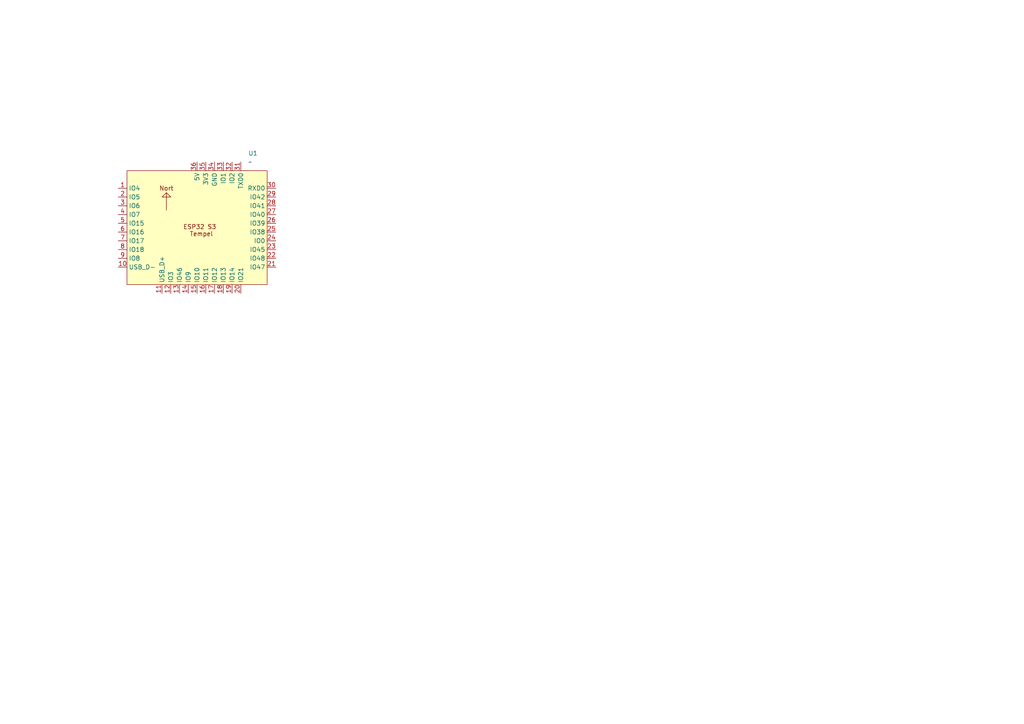
<source format=kicad_sch>
(kicad_sch (version 20250114) (generator "eeschema") (generator_version "9.0")
  (paper "A4")
  (lib_symbols
    (symbol "esp32-s3-tempel-lib:esp-32-s3-tempel"
      (property "Reference" "U" (at 6.35 -1.016 0))
      (symbol "esp-32-s3-tempel_1_1"
        (rectangle (start -15.24 11.43) (end 25.4 -21.59) (fill (type background)))
        (polyline (pts (xy -3.81 0) (xy -3.81 5.08) (xy -5.08 3.81) (xy -2.54 3.81) (xy -3.81 5.08)))
        (text "Nort" (at -3.81 6.35 0) (effects (font (size 1.27 1.27))))
        (text "ESP32 S3 \nTempel" (at 6.35 -5.842 0) (effects (font (size 1.27 1.27))))
        (pin bidirectional line (at -17.78 6.35 0) (length 2.54) (name "IO4") (number "1"))
        (pin bidirectional line (at -17.78 3.81 0) (length 2.54) (name "IO5") (number "2"))
        (pin bidirectional line (at -17.78 1.27 0) (length 2.54) (name "IO6") (number "3"))
        (pin bidirectional line (at -17.78 -1.27 0) (length 2.54) (name "IO7") (number "4"))
        (pin bidirectional line (at -17.78 -3.81 0) (length 2.54) (name "IO15") (number "5"))
        (pin bidirectional line (at -17.78 -6.35 0) (length 2.54) (name "IO16") (number "6"))
        (pin bidirectional line (at -17.78 -8.89 0) (length 2.54) (name "IO17") (number "7"))
        (pin bidirectional line (at -17.78 -11.43 0) (length 2.54) (name "IO18") (number "8"))
        (pin bidirectional line (at -17.78 -13.97 0) (length 2.54) (name "IO8") (number "9"))
        (pin bidirectional line (at -17.78 -16.51 0) (length 2.54) (name "USB_D-") (number "10"))
        (pin bidirectional line (at -5.08 -24.13 90) (length 2.54) (name "USB_D+") (number "11"))
        (pin bidirectional line (at -2.54 -24.13 90) (length 2.54) (name "IO3") (number "12"))
        (pin bidirectional line (at 0 -24.13 90) (length 2.54) (name "IO46") (number "13"))
        (pin bidirectional line (at 2.54 -24.13 90) (length 2.54) (name "IO9") (number "14"))
        (pin bidirectional line (at 5.08 13.97 270) (length 2.54) (name "5V") (number "36"))
        (pin bidirectional line (at 5.08 -24.13 90) (length 2.54) (name "IO10") (number "15"))
        (pin bidirectional line (at 7.62 13.97 270) (length 2.54) (name "3V3") (number "35"))
        (pin bidirectional line (at 7.62 -24.13 90) (length 2.54) (name "IO11") (number "16"))
        (pin bidirectional line (at 10.16 13.97 270) (length 2.54) (name "GND") (number "34"))
        (pin bidirectional line (at 10.16 -24.13 90) (length 2.54) (name "IO12") (number "17"))
        (pin bidirectional line (at 12.7 13.97 270) (length 2.54) (name "IO1") (number "33"))
        (pin bidirectional line (at 12.7 -24.13 90) (length 2.54) (name "IO13") (number "18"))
        (pin bidirectional line (at 15.24 13.97 270) (length 2.54) (name "IO2") (number "32"))
        (pin bidirectional line (at 15.24 -24.13 90) (length 2.54) (name "IO14") (number "19"))
        (pin bidirectional line (at 17.78 13.97 270) (length 2.54) (name "TXD0") (number "31"))
        (pin bidirectional line (at 17.78 -24.13 90) (length 2.54) (name "IO21") (number "20"))
        (pin bidirectional line (at 27.94 6.35 180) (length 2.54) (name "RXD0") (number "30"))
        (pin bidirectional line (at 27.94 3.81 180) (length 2.54) (name "IO42") (number "29"))
        (pin bidirectional line (at 27.94 1.27 180) (length 2.54) (name "IO41") (number "28"))
        (pin bidirectional line (at 27.94 -1.27 180) (length 2.54) (name "IO40") (number "27"))
        (pin bidirectional line (at 27.94 -3.81 180) (length 2.54) (name "IO39") (number "26"))
        (pin bidirectional line (at 27.94 -6.35 180) (length 2.54) (name "IO38") (number "25"))
        (pin bidirectional line (at 27.94 -8.89 180) (length 2.54) (name "IO0") (number "24"))
        (pin bidirectional line (at 27.94 -11.43 180) (length 2.54) (name "IO45") (number "23"))
        (pin bidirectional line (at 27.94 -13.97 180) (length 2.54) (name "IO48") (number "22"))
        (pin bidirectional line (at 27.94 -16.51 180) (length 2.54) (name "IO47") (number "21"))
      )
    )
  )
  (symbol (lib_id "esp32-s3-tempel-lib:esp-32-s3-tempel") (at 52.07 60.96 0) (unit 1)
    (property "Reference" "U1" (at 71.9933 44.45 0) (effects (justify left)))
    (property "Value" "~" (at 71.9933 46.99 0) (effects (justify left)))
    (property "Footprint" "esp32-s3-tempel-lib:esp32-s3-tempel" (effects (hide yes)))
  )
)
</source>
